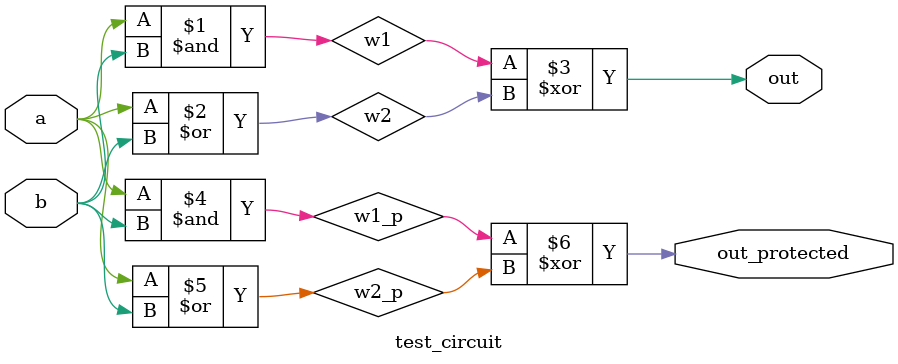
<source format=v>

module test_circuit(
    input wire a,
    input wire b,
    output wire out,
    output wire out_protected
);

    // Original circuit
    wire w1, w2;
    and g1(w1, a, b);
    or g2(w2, a, b);
    xor g3(out, w1, w2);

    // Protected circuit (with redundancy)
    wire w1_p, w2_p;
    and g1_p(w1_p, a, b);
    or g2_p(w2_p, a, b);
    xor g3_p(out_protected, w1_p, w2_p);

endmodule
</source>
